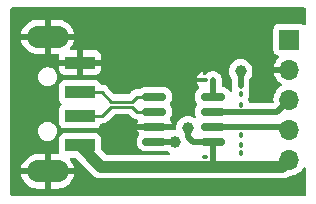
<source format=gtl>
G04 #@! TF.GenerationSoftware,KiCad,Pcbnew,7.0.6*
G04 #@! TF.CreationDate,2023-08-23T21:48:07+08:00*
G04 #@! TF.ProjectId,USB_TTL,5553425f-5454-44c2-9e6b-696361645f70,rev?*
G04 #@! TF.SameCoordinates,Original*
G04 #@! TF.FileFunction,Copper,L1,Top*
G04 #@! TF.FilePolarity,Positive*
%FSLAX46Y46*%
G04 Gerber Fmt 4.6, Leading zero omitted, Abs format (unit mm)*
G04 Created by KiCad (PCBNEW 7.0.6) date 2023-08-23 21:48:07*
%MOMM*%
%LPD*%
G01*
G04 APERTURE LIST*
G04 Aperture macros list*
%AMRoundRect*
0 Rectangle with rounded corners*
0 $1 Rounding radius*
0 $2 $3 $4 $5 $6 $7 $8 $9 X,Y pos of 4 corners*
0 Add a 4 corners polygon primitive as box body*
4,1,4,$2,$3,$4,$5,$6,$7,$8,$9,$2,$3,0*
0 Add four circle primitives for the rounded corners*
1,1,$1+$1,$2,$3*
1,1,$1+$1,$4,$5*
1,1,$1+$1,$6,$7*
1,1,$1+$1,$8,$9*
0 Add four rect primitives between the rounded corners*
20,1,$1+$1,$2,$3,$4,$5,0*
20,1,$1+$1,$4,$5,$6,$7,0*
20,1,$1+$1,$6,$7,$8,$9,0*
20,1,$1+$1,$8,$9,$2,$3,0*%
G04 Aperture macros list end*
G04 #@! TA.AperFunction,SMDPad,CuDef*
%ADD10RoundRect,0.100000X0.130000X0.100000X-0.130000X0.100000X-0.130000X-0.100000X0.130000X-0.100000X0*%
G04 #@! TD*
G04 #@! TA.AperFunction,SMDPad,CuDef*
%ADD11RoundRect,0.100000X-0.100000X0.130000X-0.100000X-0.130000X0.100000X-0.130000X0.100000X0.130000X0*%
G04 #@! TD*
G04 #@! TA.AperFunction,SMDPad,CuDef*
%ADD12RoundRect,0.100000X0.100000X-0.130000X0.100000X0.130000X-0.100000X0.130000X-0.100000X-0.130000X0*%
G04 #@! TD*
G04 #@! TA.AperFunction,SMDPad,CuDef*
%ADD13R,2.500000X1.100000*%
G04 #@! TD*
G04 #@! TA.AperFunction,ComponentPad*
%ADD14O,3.500000X1.900000*%
G04 #@! TD*
G04 #@! TA.AperFunction,SMDPad,CuDef*
%ADD15RoundRect,0.150000X-0.825000X-0.150000X0.825000X-0.150000X0.825000X0.150000X-0.825000X0.150000X0*%
G04 #@! TD*
G04 #@! TA.AperFunction,ComponentPad*
%ADD16R,1.700000X1.700000*%
G04 #@! TD*
G04 #@! TA.AperFunction,ComponentPad*
%ADD17O,1.700000X1.700000*%
G04 #@! TD*
G04 #@! TA.AperFunction,ViaPad*
%ADD18C,1.000000*%
G04 #@! TD*
G04 #@! TA.AperFunction,Conductor*
%ADD19C,0.500000*%
G04 #@! TD*
G04 #@! TA.AperFunction,Conductor*
%ADD20C,1.000000*%
G04 #@! TD*
G04 #@! TA.AperFunction,Conductor*
%ADD21C,0.280000*%
G04 #@! TD*
G04 APERTURE END LIST*
D10*
X182565000Y-82550000D03*
X181925000Y-82550000D03*
D11*
X184912000Y-83083000D03*
X184912000Y-83723000D03*
D12*
X184912000Y-85283000D03*
X184912000Y-84643000D03*
D10*
X182565000Y-89027000D03*
X181925000Y-89027000D03*
D13*
X171321000Y-88082000D03*
X171321000Y-85582000D03*
X171321000Y-83582000D03*
X171321000Y-81082000D03*
D14*
X168571000Y-90282000D03*
X168571000Y-78882000D03*
D15*
X177611000Y-83947000D03*
X177611000Y-85217000D03*
X177611000Y-86487000D03*
X177611000Y-87757000D03*
X182561000Y-87757000D03*
X182561000Y-86487000D03*
X182561000Y-85217000D03*
X182561000Y-83947000D03*
D12*
X184912000Y-88712000D03*
X184912000Y-88072000D03*
D11*
X184912000Y-86548000D03*
X184912000Y-87188000D03*
D16*
X189046000Y-79126000D03*
D17*
X189046000Y-81666000D03*
X189046000Y-84206000D03*
X189046000Y-86746000D03*
X189046000Y-89286000D03*
D18*
X184912000Y-81788000D03*
X180467000Y-86614000D03*
X179324000Y-87757000D03*
D19*
X182565000Y-83943000D02*
X182561000Y-83947000D01*
X182565000Y-82550000D02*
X182565000Y-83943000D01*
X182561000Y-87757000D02*
X180848000Y-87757000D01*
X180467000Y-87376000D02*
X180467000Y-86614000D01*
X180848000Y-87757000D02*
X180467000Y-87376000D01*
X182561000Y-89812000D02*
X182626000Y-89877000D01*
D20*
X173116000Y-89877000D02*
X182626000Y-89877000D01*
X182626000Y-89877000D02*
X188455000Y-89877000D01*
D19*
X182561000Y-87757000D02*
X182561000Y-89812000D01*
X184912000Y-81788000D02*
X184912000Y-83083000D01*
D20*
X188455000Y-89877000D02*
X189046000Y-89286000D01*
X171321000Y-88082000D02*
X173116000Y-89877000D01*
D19*
X182627000Y-85283000D02*
X184912000Y-85283000D01*
X187969000Y-85283000D02*
X189046000Y-84206000D01*
X184912000Y-85283000D02*
X187969000Y-85283000D01*
X182561000Y-85217000D02*
X182627000Y-85283000D01*
X182561000Y-86487000D02*
X184851000Y-86487000D01*
X184851000Y-86487000D02*
X184912000Y-86548000D01*
X184912000Y-86548000D02*
X188848000Y-86548000D01*
X188848000Y-86548000D02*
X189046000Y-86746000D01*
D21*
X176148499Y-85217000D02*
X175729499Y-84798000D01*
X175729499Y-84798000D02*
X173980001Y-84798000D01*
X177611000Y-85217000D02*
X176148499Y-85217000D01*
X173196001Y-85582000D02*
X171321000Y-85582000D01*
X173980001Y-84798000D02*
X173196001Y-85582000D01*
X173980001Y-84366000D02*
X173196001Y-83582000D01*
X175729499Y-84366000D02*
X173980001Y-84366000D01*
X177611000Y-83947000D02*
X176148499Y-83947000D01*
X173196001Y-83582000D02*
X171321000Y-83582000D01*
X176148499Y-83947000D02*
X175729499Y-84366000D01*
D19*
X177611000Y-87757000D02*
X179324000Y-87757000D01*
G04 #@! TA.AperFunction,Conductor*
G36*
X190367539Y-76422185D02*
G01*
X190413294Y-76474989D01*
X190424500Y-76526500D01*
X190424500Y-77798708D01*
X190404815Y-77865747D01*
X190352011Y-77911502D01*
X190282853Y-77921446D01*
X190226189Y-77897974D01*
X190138335Y-77832206D01*
X190138328Y-77832202D01*
X190003482Y-77781908D01*
X190003483Y-77781908D01*
X189943883Y-77775501D01*
X189943881Y-77775500D01*
X189943873Y-77775500D01*
X189943864Y-77775500D01*
X188148129Y-77775500D01*
X188148123Y-77775501D01*
X188088516Y-77781908D01*
X187953671Y-77832202D01*
X187953664Y-77832206D01*
X187838455Y-77918452D01*
X187838452Y-77918455D01*
X187752206Y-78033664D01*
X187752202Y-78033671D01*
X187701908Y-78168517D01*
X187695501Y-78228116D01*
X187695500Y-78228135D01*
X187695500Y-80023870D01*
X187695501Y-80023876D01*
X187701908Y-80083483D01*
X187752202Y-80218328D01*
X187752206Y-80218335D01*
X187838452Y-80333544D01*
X187838455Y-80333547D01*
X187953664Y-80419793D01*
X187953671Y-80419797D01*
X188015902Y-80443007D01*
X188085598Y-80469002D01*
X188141531Y-80510873D01*
X188165949Y-80576337D01*
X188151098Y-80644610D01*
X188129947Y-80672865D01*
X188007886Y-80794926D01*
X187872400Y-80988420D01*
X187872399Y-80988422D01*
X187772570Y-81202507D01*
X187772567Y-81202513D01*
X187715364Y-81415999D01*
X187715364Y-81416000D01*
X188612314Y-81416000D01*
X188586507Y-81456156D01*
X188546000Y-81594111D01*
X188546000Y-81737889D01*
X188586507Y-81875844D01*
X188612314Y-81916000D01*
X187715364Y-81916000D01*
X187772567Y-82129486D01*
X187772570Y-82129492D01*
X187872399Y-82343578D01*
X188007894Y-82537082D01*
X188174917Y-82704105D01*
X188360595Y-82834119D01*
X188404219Y-82888696D01*
X188411412Y-82958195D01*
X188379890Y-83020549D01*
X188360595Y-83037269D01*
X188174594Y-83167508D01*
X188007505Y-83334597D01*
X187871965Y-83528169D01*
X187871964Y-83528171D01*
X187772098Y-83742335D01*
X187772094Y-83742344D01*
X187710938Y-83970586D01*
X187710936Y-83970596D01*
X187690341Y-84205999D01*
X187690341Y-84206001D01*
X187707112Y-84397693D01*
X187693345Y-84466193D01*
X187644730Y-84516376D01*
X187583584Y-84532500D01*
X185728994Y-84532500D01*
X185661955Y-84512815D01*
X185616200Y-84460011D01*
X185606055Y-84424684D01*
X185597045Y-84356246D01*
X185597044Y-84356238D01*
X185544941Y-84230452D01*
X185537473Y-84160983D01*
X185544942Y-84135547D01*
X185597044Y-84009762D01*
X185612500Y-83892361D01*
X185612499Y-83553640D01*
X185610712Y-83540069D01*
X185597320Y-83438336D01*
X185608086Y-83369301D01*
X185609417Y-83366565D01*
X185622040Y-83341433D01*
X185662500Y-83170721D01*
X185662500Y-82494976D01*
X185682185Y-82427937D01*
X185690632Y-82416329D01*
X185747910Y-82346538D01*
X185753022Y-82336975D01*
X185840811Y-82172733D01*
X185840811Y-82172732D01*
X185840814Y-82172727D01*
X185898024Y-81984132D01*
X185917341Y-81788000D01*
X185898024Y-81591868D01*
X185840814Y-81403273D01*
X185840811Y-81403269D01*
X185840811Y-81403266D01*
X185747913Y-81229467D01*
X185747909Y-81229460D01*
X185622883Y-81077116D01*
X185470539Y-80952090D01*
X185470532Y-80952086D01*
X185296733Y-80859188D01*
X185296727Y-80859186D01*
X185108132Y-80801976D01*
X185108129Y-80801975D01*
X184912000Y-80782659D01*
X184715870Y-80801975D01*
X184527266Y-80859188D01*
X184353467Y-80952086D01*
X184353460Y-80952090D01*
X184201116Y-81077116D01*
X184076090Y-81229460D01*
X184076086Y-81229467D01*
X183983188Y-81403266D01*
X183925975Y-81591870D01*
X183906659Y-81788000D01*
X183925975Y-81984129D01*
X183925976Y-81984132D01*
X183981145Y-82166000D01*
X183983188Y-82172733D01*
X184076084Y-82346529D01*
X184076087Y-82346533D01*
X184076090Y-82346538D01*
X184133354Y-82416314D01*
X184160666Y-82480620D01*
X184161500Y-82494976D01*
X184161500Y-83126709D01*
X184169512Y-83195254D01*
X184176759Y-83257258D01*
X184220548Y-83377568D01*
X184226965Y-83436161D01*
X184219465Y-83493132D01*
X184191199Y-83557029D01*
X184132875Y-83595501D01*
X184063010Y-83596333D01*
X184003787Y-83559261D01*
X183989794Y-83540069D01*
X183982756Y-83528169D01*
X183904081Y-83395135D01*
X183904079Y-83395133D01*
X183904076Y-83395129D01*
X183787870Y-83278923D01*
X183787862Y-83278917D01*
X183646396Y-83195255D01*
X183646393Y-83195254D01*
X183488573Y-83149402D01*
X183488567Y-83149401D01*
X183451696Y-83146500D01*
X183451694Y-83146500D01*
X183439500Y-83146500D01*
X183372461Y-83126815D01*
X183326706Y-83074011D01*
X183315500Y-83022500D01*
X183315500Y-82506298D01*
X183315500Y-82506297D01*
X183315500Y-82506291D01*
X183300241Y-82375745D01*
X183290259Y-82348320D01*
X183283842Y-82322095D01*
X183280044Y-82293238D01*
X183219536Y-82147159D01*
X183123282Y-82021718D01*
X183123280Y-82021717D01*
X183123280Y-82021716D01*
X182997840Y-81925463D01*
X182953579Y-81907129D01*
X182946299Y-81903539D01*
X182864282Y-81856188D01*
X182864281Y-81856187D01*
X182696218Y-81805872D01*
X182696212Y-81805870D01*
X182696210Y-81805870D01*
X182696209Y-81805869D01*
X182696205Y-81805869D01*
X182521066Y-81795669D01*
X182521065Y-81795669D01*
X182463220Y-81805869D01*
X182348288Y-81826135D01*
X182277907Y-81856493D01*
X182212609Y-81865572D01*
X182125000Y-81854037D01*
X182124999Y-81854038D01*
X182124999Y-81869809D01*
X182105313Y-81936848D01*
X182076487Y-81968181D01*
X182006720Y-82021715D01*
X182006717Y-82021718D01*
X182006718Y-82021718D01*
X181947374Y-82099056D01*
X181890948Y-82140257D01*
X181821202Y-82144412D01*
X181760281Y-82110199D01*
X181727529Y-82048482D01*
X181725000Y-82023568D01*
X181725000Y-81854038D01*
X181638369Y-81865444D01*
X181638365Y-81865445D01*
X181492413Y-81925899D01*
X181367075Y-82022075D01*
X181270899Y-82147413D01*
X181210444Y-82293368D01*
X181202987Y-82350000D01*
X181690500Y-82350000D01*
X181757539Y-82369685D01*
X181803294Y-82422489D01*
X181814500Y-82474000D01*
X181814500Y-82626000D01*
X181794815Y-82693039D01*
X181742011Y-82738794D01*
X181690500Y-82750000D01*
X181202990Y-82750000D01*
X181202988Y-82750001D01*
X181210442Y-82806627D01*
X181210444Y-82806633D01*
X181270899Y-82952585D01*
X181367079Y-83077929D01*
X181368096Y-83078946D01*
X181368679Y-83080014D01*
X181372023Y-83084372D01*
X181371343Y-83084893D01*
X181401581Y-83140269D01*
X181396597Y-83209961D01*
X181354725Y-83265894D01*
X181343536Y-83273359D01*
X181334138Y-83278916D01*
X181334129Y-83278923D01*
X181217923Y-83395129D01*
X181217917Y-83395137D01*
X181134255Y-83536603D01*
X181134254Y-83536606D01*
X181088402Y-83694426D01*
X181088401Y-83694432D01*
X181085500Y-83731304D01*
X181085500Y-84162696D01*
X181088401Y-84199567D01*
X181088402Y-84199573D01*
X181134254Y-84357393D01*
X181134255Y-84357396D01*
X181134256Y-84357398D01*
X181158086Y-84397693D01*
X181217917Y-84498862D01*
X181222702Y-84505031D01*
X181220248Y-84506933D01*
X181246844Y-84555578D01*
X181241895Y-84625273D01*
X181221074Y-84657706D01*
X181222702Y-84658969D01*
X181217917Y-84665137D01*
X181134255Y-84806603D01*
X181134254Y-84806606D01*
X181088402Y-84964426D01*
X181088401Y-84964432D01*
X181085500Y-85001304D01*
X181085500Y-85432696D01*
X181088401Y-85469567D01*
X181088402Y-85469573D01*
X181123922Y-85591832D01*
X181123723Y-85661702D01*
X181085781Y-85720372D01*
X181022142Y-85749215D01*
X180953012Y-85739074D01*
X180946393Y-85735785D01*
X180851733Y-85685188D01*
X180851727Y-85685186D01*
X180664909Y-85628515D01*
X180663129Y-85627975D01*
X180467000Y-85608659D01*
X180270870Y-85627975D01*
X180082266Y-85685188D01*
X179908467Y-85778086D01*
X179908460Y-85778090D01*
X179756116Y-85903116D01*
X179631090Y-86055460D01*
X179631086Y-86055467D01*
X179538188Y-86229266D01*
X179480975Y-86417870D01*
X179461659Y-86614000D01*
X179461659Y-86614002D01*
X179461889Y-86616340D01*
X179461659Y-86617552D01*
X179461659Y-86620092D01*
X179461177Y-86620092D01*
X179448865Y-86684985D01*
X179400796Y-86735692D01*
X179332944Y-86752361D01*
X179326340Y-86751889D01*
X179324003Y-86751659D01*
X179324000Y-86751659D01*
X179177159Y-86766121D01*
X179108513Y-86753102D01*
X179087281Y-86737000D01*
X176138705Y-86737000D01*
X176138704Y-86737001D01*
X176138899Y-86739486D01*
X176184718Y-86897198D01*
X176268314Y-87038552D01*
X176273100Y-87044722D01*
X176270640Y-87046629D01*
X176297210Y-87095288D01*
X176292226Y-87164980D01*
X176271162Y-87197781D01*
X176272699Y-87198974D01*
X176267915Y-87205140D01*
X176184255Y-87346603D01*
X176184254Y-87346606D01*
X176138402Y-87504426D01*
X176138401Y-87504432D01*
X176135500Y-87541304D01*
X176135500Y-87972696D01*
X176138401Y-88009567D01*
X176138402Y-88009573D01*
X176184254Y-88167393D01*
X176184255Y-88167396D01*
X176251205Y-88280604D01*
X176267918Y-88308864D01*
X176267923Y-88308870D01*
X176384129Y-88425076D01*
X176384133Y-88425079D01*
X176384135Y-88425081D01*
X176525602Y-88508744D01*
X176550336Y-88515930D01*
X176683426Y-88554597D01*
X176683429Y-88554597D01*
X176683431Y-88554598D01*
X176695722Y-88555565D01*
X176720304Y-88557500D01*
X176720306Y-88557500D01*
X178501696Y-88557500D01*
X178520131Y-88556049D01*
X178538569Y-88554598D01*
X178608915Y-88534160D01*
X178678780Y-88534358D01*
X178722172Y-88557383D01*
X178739367Y-88571494D01*
X178765459Y-88592908D01*
X178765467Y-88592913D01*
X178859438Y-88643142D01*
X178909282Y-88692104D01*
X178924743Y-88760242D01*
X178900911Y-88825921D01*
X178845354Y-88868290D01*
X178800985Y-88876500D01*
X173581783Y-88876500D01*
X173514744Y-88856815D01*
X173494102Y-88840181D01*
X173107818Y-88453897D01*
X173074333Y-88392574D01*
X173071499Y-88366216D01*
X173071499Y-87484129D01*
X173071498Y-87484123D01*
X173071497Y-87484116D01*
X173065091Y-87424517D01*
X173064835Y-87423831D01*
X173014797Y-87289671D01*
X173014793Y-87289664D01*
X172928547Y-87174455D01*
X172928544Y-87174452D01*
X172813335Y-87088206D01*
X172813328Y-87088202D01*
X172678482Y-87037908D01*
X172678483Y-87037908D01*
X172618883Y-87031501D01*
X172618881Y-87031500D01*
X172618873Y-87031500D01*
X172618864Y-87031500D01*
X170023129Y-87031500D01*
X170023123Y-87031501D01*
X169963516Y-87037908D01*
X169828671Y-87088202D01*
X169828664Y-87088206D01*
X169713455Y-87174452D01*
X169713452Y-87174455D01*
X169627206Y-87289664D01*
X169627202Y-87289671D01*
X169576908Y-87424517D01*
X169573741Y-87453978D01*
X169570501Y-87484123D01*
X169570500Y-87484135D01*
X169570500Y-88679870D01*
X169570501Y-88679879D01*
X169572214Y-88695811D01*
X169559807Y-88764570D01*
X169512195Y-88815706D01*
X169444496Y-88832984D01*
X169438686Y-88832640D01*
X169430966Y-88832000D01*
X168821000Y-88832000D01*
X168821000Y-89832000D01*
X168321000Y-89832000D01*
X168321000Y-88832000D01*
X167711035Y-88832000D01*
X167531523Y-88846874D01*
X167298571Y-88905865D01*
X167078509Y-89002393D01*
X166877342Y-89133823D01*
X166877338Y-89133826D01*
X166700544Y-89296577D01*
X166552947Y-89486209D01*
X166438578Y-89697544D01*
X166438576Y-89697550D01*
X166360553Y-89924823D01*
X166342669Y-90031999D01*
X166342670Y-90032000D01*
X167395722Y-90032000D01*
X167347375Y-90115740D01*
X167317190Y-90247992D01*
X167327327Y-90383265D01*
X167376887Y-90509541D01*
X167394797Y-90532000D01*
X166342669Y-90532000D01*
X166360553Y-90639176D01*
X166438576Y-90866449D01*
X166438578Y-90866455D01*
X166552947Y-91077790D01*
X166700544Y-91267422D01*
X166877338Y-91430173D01*
X166877342Y-91430176D01*
X167078509Y-91561606D01*
X167298571Y-91658134D01*
X167531523Y-91717125D01*
X167711035Y-91732000D01*
X168321000Y-91732000D01*
X168321000Y-90732000D01*
X168821000Y-90732000D01*
X168821000Y-91732000D01*
X169430965Y-91732000D01*
X169610476Y-91717125D01*
X169843428Y-91658134D01*
X170063490Y-91561606D01*
X170264657Y-91430176D01*
X170264661Y-91430173D01*
X170441455Y-91267422D01*
X170589052Y-91077790D01*
X170703421Y-90866455D01*
X170703423Y-90866449D01*
X170781446Y-90639176D01*
X170799331Y-90532000D01*
X169746278Y-90532000D01*
X169794625Y-90448260D01*
X169824810Y-90316008D01*
X169814673Y-90180735D01*
X169765113Y-90054459D01*
X169747203Y-90032000D01*
X170799330Y-90032000D01*
X170799330Y-90031999D01*
X170781446Y-89924823D01*
X170703423Y-89697550D01*
X170703421Y-89697544D01*
X170589052Y-89486209D01*
X170469541Y-89332661D01*
X170443899Y-89267667D01*
X170457466Y-89199127D01*
X170505934Y-89148802D01*
X170567393Y-89132499D01*
X170905216Y-89132499D01*
X170972255Y-89152184D01*
X170992896Y-89168818D01*
X172399566Y-90575487D01*
X172460941Y-90640053D01*
X172460944Y-90640055D01*
X172460947Y-90640058D01*
X172479456Y-90652940D01*
X172511295Y-90675100D01*
X172515050Y-90677932D01*
X172562593Y-90716698D01*
X172593045Y-90732604D01*
X172599756Y-90736671D01*
X172627951Y-90756295D01*
X172684332Y-90780490D01*
X172688567Y-90782501D01*
X172742951Y-90810909D01*
X172775973Y-90820356D01*
X172783365Y-90822989D01*
X172814940Y-90836539D01*
X172814941Y-90836540D01*
X172828054Y-90839234D01*
X172875055Y-90848892D01*
X172879595Y-90850006D01*
X172938582Y-90866886D01*
X172972841Y-90869494D01*
X172980609Y-90870585D01*
X173014255Y-90877500D01*
X173014259Y-90877500D01*
X173075601Y-90877500D01*
X173080308Y-90877678D01*
X173107597Y-90879757D01*
X173141475Y-90882337D01*
X173141475Y-90882336D01*
X173141476Y-90882337D01*
X173175559Y-90877996D01*
X173183389Y-90877500D01*
X182524259Y-90877500D01*
X188442284Y-90877500D01*
X188531358Y-90879757D01*
X188531358Y-90879756D01*
X188531363Y-90879757D01*
X188591753Y-90868932D01*
X188596412Y-90868280D01*
X188638607Y-90863988D01*
X188657438Y-90862074D01*
X188690227Y-90851786D01*
X188697840Y-90849918D01*
X188731653Y-90843858D01*
X188788621Y-90821101D01*
X188793053Y-90819524D01*
X188851588Y-90801159D01*
X188881627Y-90784484D01*
X188888708Y-90781122D01*
X188920617Y-90768377D01*
X188971854Y-90734608D01*
X188975851Y-90732187D01*
X189029502Y-90702409D01*
X189055568Y-90680030D01*
X189061843Y-90675300D01*
X189095773Y-90652940D01*
X189097230Y-90655151D01*
X189150879Y-90632525D01*
X189154078Y-90632203D01*
X189281408Y-90621063D01*
X189509663Y-90559903D01*
X189723830Y-90460035D01*
X189917401Y-90324495D01*
X190084495Y-90157401D01*
X190198925Y-89993977D01*
X190253502Y-89950353D01*
X190323000Y-89943159D01*
X190385355Y-89974682D01*
X190420769Y-90034912D01*
X190424500Y-90065101D01*
X190424500Y-92256500D01*
X190404815Y-92323539D01*
X190352011Y-92369294D01*
X190300500Y-92380500D01*
X165553500Y-92380500D01*
X165486461Y-92360815D01*
X165440706Y-92308011D01*
X165429500Y-92256500D01*
X165429500Y-86882003D01*
X167765435Y-86882003D01*
X167785630Y-87061249D01*
X167785631Y-87061254D01*
X167845211Y-87231523D01*
X167917521Y-87346603D01*
X167941184Y-87384262D01*
X168068738Y-87511816D01*
X168221478Y-87607789D01*
X168391745Y-87667367D01*
X168391745Y-87667368D01*
X168391750Y-87667369D01*
X168481235Y-87677451D01*
X168526040Y-87682499D01*
X168526043Y-87682500D01*
X168526046Y-87682500D01*
X168615957Y-87682500D01*
X168615958Y-87682499D01*
X168683104Y-87674934D01*
X168750249Y-87667369D01*
X168750252Y-87667368D01*
X168750255Y-87667368D01*
X168920522Y-87607789D01*
X169073262Y-87511816D01*
X169200816Y-87384262D01*
X169296789Y-87231522D01*
X169356368Y-87061255D01*
X169358926Y-87038552D01*
X169376565Y-86882003D01*
X169376565Y-86881996D01*
X169356369Y-86702750D01*
X169356368Y-86702745D01*
X169296789Y-86532478D01*
X169200816Y-86379738D01*
X169073262Y-86252184D01*
X169067937Y-86248838D01*
X168958176Y-86179870D01*
X169570500Y-86179870D01*
X169570501Y-86179876D01*
X169576908Y-86239483D01*
X169627202Y-86374328D01*
X169627206Y-86374335D01*
X169713452Y-86489544D01*
X169713455Y-86489547D01*
X169828664Y-86575793D01*
X169828671Y-86575797D01*
X169963517Y-86626091D01*
X169963516Y-86626091D01*
X169970444Y-86626835D01*
X170023127Y-86632500D01*
X172618872Y-86632499D01*
X172678483Y-86626091D01*
X172813331Y-86575796D01*
X172928546Y-86489546D01*
X173014796Y-86374331D01*
X173040739Y-86304772D01*
X173082611Y-86248838D01*
X173148075Y-86224421D01*
X173153013Y-86224166D01*
X173201024Y-86222658D01*
X173206063Y-86222500D01*
X173236296Y-86222500D01*
X173236301Y-86222500D01*
X173243406Y-86221602D01*
X173249235Y-86221143D01*
X173296994Y-86219643D01*
X173316917Y-86213854D01*
X173335969Y-86209908D01*
X173356553Y-86207309D01*
X173400989Y-86189714D01*
X173406513Y-86187824D01*
X173408895Y-86187131D01*
X173452396Y-86174494D01*
X173470253Y-86163933D01*
X173487719Y-86155376D01*
X173507017Y-86147736D01*
X173545693Y-86119634D01*
X173550557Y-86116440D01*
X173591688Y-86092117D01*
X173606362Y-86077441D01*
X173621145Y-86064815D01*
X173637938Y-86052616D01*
X173668411Y-86015779D01*
X173672322Y-86011481D01*
X174208985Y-85474819D01*
X174270309Y-85441334D01*
X174296667Y-85438500D01*
X175412833Y-85438500D01*
X175479872Y-85458185D01*
X175500514Y-85474819D01*
X175635915Y-85610220D01*
X175645892Y-85622672D01*
X175646092Y-85622507D01*
X175651060Y-85628513D01*
X175702709Y-85677015D01*
X175724094Y-85698399D01*
X175729757Y-85702792D01*
X175734199Y-85706586D01*
X175748880Y-85720372D01*
X175769030Y-85739294D01*
X175787212Y-85749289D01*
X175803469Y-85759968D01*
X175819866Y-85772687D01*
X175863731Y-85791669D01*
X175868952Y-85794226D01*
X175910841Y-85817255D01*
X175910845Y-85817256D01*
X175930930Y-85822413D01*
X175949345Y-85828718D01*
X175968381Y-85836956D01*
X175968382Y-85836956D01*
X175968384Y-85836957D01*
X176015583Y-85844432D01*
X176021297Y-85845615D01*
X176067585Y-85857500D01*
X176088333Y-85857500D01*
X176107717Y-85859024D01*
X176115663Y-85860283D01*
X176178798Y-85890206D01*
X176215735Y-85949514D01*
X176214743Y-86019377D01*
X176203007Y-86045877D01*
X176184718Y-86076802D01*
X176138899Y-86234513D01*
X176138704Y-86236998D01*
X176138705Y-86237000D01*
X179083295Y-86237000D01*
X179083295Y-86236998D01*
X179083100Y-86234513D01*
X179037281Y-86076801D01*
X178953685Y-85935447D01*
X178948900Y-85929278D01*
X178951366Y-85927364D01*
X178924802Y-85878776D01*
X178929749Y-85809082D01*
X178950856Y-85776232D01*
X178949301Y-85775026D01*
X178954077Y-85768868D01*
X178954081Y-85768865D01*
X179037744Y-85627398D01*
X179083598Y-85469569D01*
X179086500Y-85432694D01*
X179086500Y-85001306D01*
X179083598Y-84964431D01*
X179080832Y-84954912D01*
X179037745Y-84806606D01*
X179037744Y-84806603D01*
X179037744Y-84806602D01*
X178954081Y-84665135D01*
X178954078Y-84665132D01*
X178949298Y-84658969D01*
X178951750Y-84657066D01*
X178925155Y-84608421D01*
X178930104Y-84538726D01*
X178950940Y-84506304D01*
X178949298Y-84505031D01*
X178954075Y-84498870D01*
X178954081Y-84498865D01*
X179037744Y-84357398D01*
X179083598Y-84199569D01*
X179086500Y-84162694D01*
X179086500Y-83731306D01*
X179083598Y-83694431D01*
X179037744Y-83536602D01*
X178954081Y-83395135D01*
X178954079Y-83395133D01*
X178954076Y-83395129D01*
X178837870Y-83278923D01*
X178837862Y-83278917D01*
X178696396Y-83195255D01*
X178696393Y-83195254D01*
X178538573Y-83149402D01*
X178538567Y-83149401D01*
X178501696Y-83146500D01*
X178501694Y-83146500D01*
X176720306Y-83146500D01*
X176720304Y-83146500D01*
X176683432Y-83149401D01*
X176683426Y-83149402D01*
X176525606Y-83195254D01*
X176525603Y-83195255D01*
X176384136Y-83278917D01*
X176382124Y-83280479D01*
X176380257Y-83281211D01*
X176377420Y-83282890D01*
X176377149Y-83282432D01*
X176317088Y-83306014D01*
X176306123Y-83306500D01*
X176232896Y-83306500D01*
X176217039Y-83304749D01*
X176217015Y-83305009D01*
X176209254Y-83304275D01*
X176138451Y-83306500D01*
X176108195Y-83306500D01*
X176101078Y-83307398D01*
X176095261Y-83307856D01*
X176047505Y-83309357D01*
X176047504Y-83309358D01*
X176027584Y-83315145D01*
X176008532Y-83319090D01*
X175987950Y-83321689D01*
X175987949Y-83321689D01*
X175943514Y-83339282D01*
X175937988Y-83341174D01*
X175892106Y-83354504D01*
X175892104Y-83354505D01*
X175874248Y-83365065D01*
X175856778Y-83373624D01*
X175837485Y-83381262D01*
X175798814Y-83409358D01*
X175793931Y-83412565D01*
X175752813Y-83436882D01*
X175738142Y-83451553D01*
X175723356Y-83464181D01*
X175706563Y-83476382D01*
X175706558Y-83476387D01*
X175676095Y-83513210D01*
X175672163Y-83517531D01*
X175640058Y-83549637D01*
X175500513Y-83689182D01*
X175439193Y-83722666D01*
X175412834Y-83725500D01*
X174296666Y-83725500D01*
X174229627Y-83705815D01*
X174208985Y-83689181D01*
X173708586Y-83188782D01*
X173698614Y-83176334D01*
X173698414Y-83176501D01*
X173693437Y-83170485D01*
X173641774Y-83121969D01*
X173620403Y-83100599D01*
X173617354Y-83098234D01*
X173614744Y-83096210D01*
X173610303Y-83092417D01*
X173575471Y-83059706D01*
X173575469Y-83059705D01*
X173557289Y-83049710D01*
X173541028Y-83039029D01*
X173524634Y-83026312D01*
X173480767Y-83007329D01*
X173475520Y-83004758D01*
X173464467Y-82998681D01*
X173433659Y-82981745D01*
X173433656Y-82981744D01*
X173413563Y-82976585D01*
X173395159Y-82970284D01*
X173376115Y-82962043D01*
X173376113Y-82962042D01*
X173376112Y-82962042D01*
X173328915Y-82954567D01*
X173323195Y-82953382D01*
X173276915Y-82941500D01*
X173276911Y-82941500D01*
X173256167Y-82941500D01*
X173236769Y-82939973D01*
X173228678Y-82938691D01*
X173216281Y-82936728D01*
X173216280Y-82936728D01*
X173168704Y-82941225D01*
X173162868Y-82941500D01*
X173157521Y-82941500D01*
X173090482Y-82921815D01*
X173044727Y-82869011D01*
X173041339Y-82860833D01*
X173014797Y-82789671D01*
X173014793Y-82789664D01*
X172928547Y-82674455D01*
X172928544Y-82674452D01*
X172813335Y-82588206D01*
X172813328Y-82588202D01*
X172678482Y-82537908D01*
X172678483Y-82537908D01*
X172618883Y-82531501D01*
X172618881Y-82531500D01*
X172618873Y-82531500D01*
X172618864Y-82531500D01*
X170023129Y-82531500D01*
X170023123Y-82531501D01*
X169963516Y-82537908D01*
X169828671Y-82588202D01*
X169828664Y-82588206D01*
X169713455Y-82674452D01*
X169713452Y-82674455D01*
X169627206Y-82789664D01*
X169627202Y-82789671D01*
X169576908Y-82924517D01*
X169570501Y-82984116D01*
X169570500Y-82984135D01*
X169570500Y-84179870D01*
X169570501Y-84179876D01*
X169576908Y-84239483D01*
X169627202Y-84374328D01*
X169627206Y-84374335D01*
X169713452Y-84489544D01*
X169718227Y-84494319D01*
X169751712Y-84555642D01*
X169746728Y-84625334D01*
X169718227Y-84669681D01*
X169713452Y-84674455D01*
X169627206Y-84789664D01*
X169627202Y-84789671D01*
X169576908Y-84924517D01*
X169570501Y-84984116D01*
X169570500Y-84984135D01*
X169570500Y-86179870D01*
X168958176Y-86179870D01*
X168920523Y-86156211D01*
X168750254Y-86096631D01*
X168750249Y-86096630D01*
X168615960Y-86081500D01*
X168615954Y-86081500D01*
X168526046Y-86081500D01*
X168526039Y-86081500D01*
X168391750Y-86096630D01*
X168391745Y-86096631D01*
X168221476Y-86156211D01*
X168068737Y-86252184D01*
X167941184Y-86379737D01*
X167845211Y-86532476D01*
X167785631Y-86702745D01*
X167785630Y-86702750D01*
X167765435Y-86881996D01*
X167765435Y-86882003D01*
X165429500Y-86882003D01*
X165429500Y-82282003D01*
X167765435Y-82282003D01*
X167785630Y-82461249D01*
X167785631Y-82461254D01*
X167845211Y-82631523D01*
X167919656Y-82750000D01*
X167941184Y-82784262D01*
X168068738Y-82911816D01*
X168221478Y-83007789D01*
X168369848Y-83059706D01*
X168391745Y-83067368D01*
X168391750Y-83067369D01*
X168482246Y-83077565D01*
X168526040Y-83082499D01*
X168526043Y-83082500D01*
X168526046Y-83082500D01*
X168615957Y-83082500D01*
X168615958Y-83082499D01*
X168683104Y-83074934D01*
X168750249Y-83067369D01*
X168750252Y-83067368D01*
X168750255Y-83067368D01*
X168920522Y-83007789D01*
X169073262Y-82911816D01*
X169200816Y-82784262D01*
X169296789Y-82631522D01*
X169356368Y-82461255D01*
X169357568Y-82450609D01*
X169376565Y-82282003D01*
X169376565Y-82281996D01*
X169356369Y-82102750D01*
X169356368Y-82102745D01*
X169346782Y-82075350D01*
X169296789Y-81932478D01*
X169278605Y-81903539D01*
X169210826Y-81795669D01*
X169200816Y-81779738D01*
X169073262Y-81652184D01*
X168920523Y-81556211D01*
X168750254Y-81496631D01*
X168750249Y-81496630D01*
X168615960Y-81481500D01*
X168615954Y-81481500D01*
X168526046Y-81481500D01*
X168526039Y-81481500D01*
X168391750Y-81496630D01*
X168391745Y-81496631D01*
X168221476Y-81556211D01*
X168068737Y-81652184D01*
X167941184Y-81779737D01*
X167845211Y-81932476D01*
X167785631Y-82102745D01*
X167785630Y-82102750D01*
X167765435Y-82281996D01*
X167765435Y-82282003D01*
X165429500Y-82282003D01*
X165429500Y-81332000D01*
X169571000Y-81332000D01*
X169571000Y-81679844D01*
X169577401Y-81739372D01*
X169577403Y-81739379D01*
X169627645Y-81874086D01*
X169627649Y-81874093D01*
X169713809Y-81989187D01*
X169713812Y-81989190D01*
X169828906Y-82075350D01*
X169828913Y-82075354D01*
X169963620Y-82125596D01*
X169963627Y-82125598D01*
X170023155Y-82131999D01*
X170023172Y-82132000D01*
X171071000Y-82132000D01*
X171071000Y-81332000D01*
X171571000Y-81332000D01*
X171571000Y-82132000D01*
X172618828Y-82132000D01*
X172618844Y-82131999D01*
X172678372Y-82125598D01*
X172678379Y-82125596D01*
X172813086Y-82075354D01*
X172813093Y-82075350D01*
X172928187Y-81989190D01*
X172928190Y-81989187D01*
X173014350Y-81874093D01*
X173014354Y-81874086D01*
X173064596Y-81739379D01*
X173064598Y-81739372D01*
X173070999Y-81679844D01*
X173071000Y-81679827D01*
X173071000Y-81332000D01*
X171571000Y-81332000D01*
X171071000Y-81332000D01*
X169571000Y-81332000D01*
X165429500Y-81332000D01*
X165429500Y-79132000D01*
X166342669Y-79132000D01*
X166360553Y-79239176D01*
X166438576Y-79466449D01*
X166438578Y-79466455D01*
X166552947Y-79677790D01*
X166700544Y-79867422D01*
X166877338Y-80030173D01*
X166877342Y-80030176D01*
X167078509Y-80161606D01*
X167298571Y-80258134D01*
X167531523Y-80317125D01*
X167711035Y-80332000D01*
X168321000Y-80332000D01*
X168321000Y-79332000D01*
X168821000Y-79332000D01*
X168821000Y-80332000D01*
X169430961Y-80332000D01*
X169439184Y-80331318D01*
X169507621Y-80345395D01*
X169557583Y-80394237D01*
X169573208Y-80462337D01*
X169572722Y-80468145D01*
X169571000Y-80484161D01*
X169571000Y-80832000D01*
X171071000Y-80832000D01*
X171071000Y-80032000D01*
X171571000Y-80032000D01*
X171571000Y-80832000D01*
X173071000Y-80832000D01*
X173071000Y-80484172D01*
X173070999Y-80484155D01*
X173064598Y-80424627D01*
X173064596Y-80424620D01*
X173014354Y-80289913D01*
X173014350Y-80289906D01*
X172928190Y-80174812D01*
X172928187Y-80174809D01*
X172813093Y-80088649D01*
X172813086Y-80088645D01*
X172678379Y-80038403D01*
X172678372Y-80038401D01*
X172618844Y-80032000D01*
X171571000Y-80032000D01*
X171071000Y-80032000D01*
X170567006Y-80032000D01*
X170499967Y-80012315D01*
X170454212Y-79959511D01*
X170444268Y-79890353D01*
X170469153Y-79831838D01*
X170589048Y-79677796D01*
X170589051Y-79677792D01*
X170703421Y-79466455D01*
X170703423Y-79466449D01*
X170781446Y-79239176D01*
X170799331Y-79132000D01*
X169746278Y-79132000D01*
X169794625Y-79048260D01*
X169824810Y-78916008D01*
X169814673Y-78780735D01*
X169765113Y-78654459D01*
X169747203Y-78632000D01*
X170799330Y-78632000D01*
X170799330Y-78631999D01*
X170781446Y-78524823D01*
X170703423Y-78297550D01*
X170703421Y-78297544D01*
X170589052Y-78086209D01*
X170441455Y-77896577D01*
X170264661Y-77733826D01*
X170264657Y-77733823D01*
X170063490Y-77602393D01*
X169843428Y-77505865D01*
X169610476Y-77446874D01*
X169430965Y-77432000D01*
X168821000Y-77432000D01*
X168821000Y-78432000D01*
X168321000Y-78432000D01*
X168321000Y-77432000D01*
X167711035Y-77432000D01*
X167531523Y-77446874D01*
X167298571Y-77505865D01*
X167078509Y-77602393D01*
X166877342Y-77733823D01*
X166877338Y-77733826D01*
X166700544Y-77896577D01*
X166552947Y-78086209D01*
X166438578Y-78297544D01*
X166438576Y-78297550D01*
X166360553Y-78524823D01*
X166342669Y-78631999D01*
X166342670Y-78632000D01*
X167395722Y-78632000D01*
X167347375Y-78715740D01*
X167317190Y-78847992D01*
X167327327Y-78983265D01*
X167376887Y-79109541D01*
X167394797Y-79132000D01*
X166342669Y-79132000D01*
X165429500Y-79132000D01*
X165429500Y-76526500D01*
X165449185Y-76459461D01*
X165501989Y-76413706D01*
X165553500Y-76402500D01*
X190300500Y-76402500D01*
X190367539Y-76422185D01*
G37*
G04 #@! TD.AperFunction*
M02*

</source>
